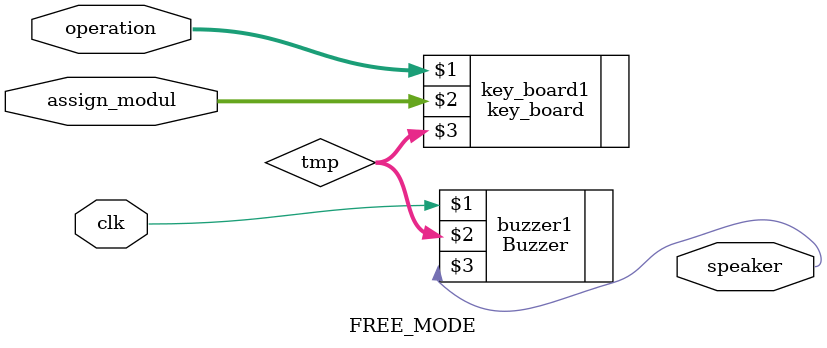
<source format=v>
`timescale 1ns / 1ps


module FREE_MODE(
        input clk,
        input[7:0] operation,
        input  [23:0] assign_modul,
        output speaker 
    );
    wire [3:0] tmp;
    key_board key_board1(operation,assign_modul,tmp);
    Buzzer buzzer1(clk,tmp,speaker);
endmodule

</source>
